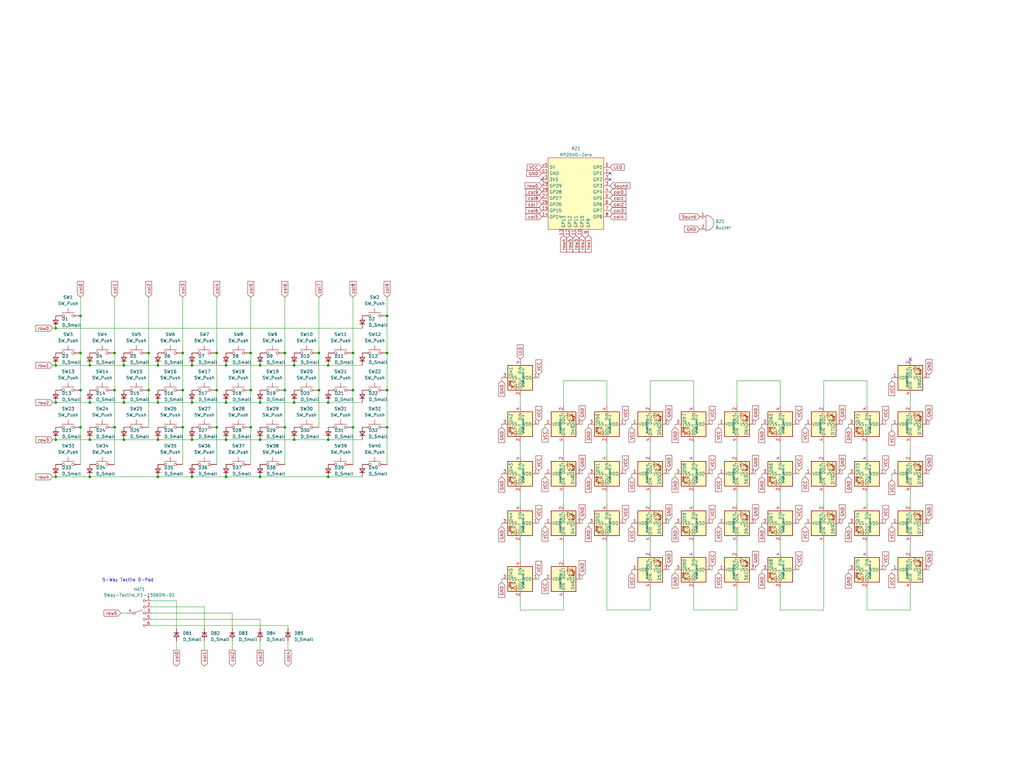
<source format=kicad_sch>
(kicad_sch (version 20230121) (generator eeschema)
  (paper "User" 419.989 319.989)
  (junction (at 102.87 175.26))
  (junction (at 22.86 195.58))
  (junction (at 88.9 175.26))
  (junction (at 144.78 144.78))
  (junction (at 50.8 180.34))
  (junction (at 64.77 165.1))
  (junction (at 144.78 175.26))
  (junction (at 88.9 144.78))
  (junction (at 92.71 180.34))
  (junction (at 158.75 160.02))
  (junction (at 36.83 149.86))
  (junction (at 130.81 144.78))
  (junction (at 36.83 180.34))
  (junction (at 134.62 165.1))
  (junction (at 106.68 195.58))
  (junction (at 106.68 165.1))
  (junction (at 116.84 160.02))
  (junction (at 46.99 175.26))
  (junction (at 102.87 160.02))
  (junction (at 102.87 144.78))
  (junction (at 64.77 149.86))
  (junction (at 120.65 165.1))
  (junction (at 78.74 180.34))
  (junction (at 46.99 144.78))
  (junction (at 92.71 149.86))
  (junction (at 22.86 149.86))
  (junction (at 60.96 144.78))
  (junction (at 120.65 149.86))
  (junction (at 64.77 195.58))
  (junction (at 78.74 195.58))
  (junction (at 74.93 144.78))
  (junction (at 144.78 160.02))
  (junction (at 130.81 160.02))
  (junction (at 36.83 195.58))
  (junction (at 116.84 144.78))
  (junction (at 22.86 165.1))
  (junction (at 33.02 175.26))
  (junction (at 106.68 149.86))
  (junction (at 36.83 165.1))
  (junction (at 50.8 165.1))
  (junction (at 74.93 160.02))
  (junction (at 33.02 129.54))
  (junction (at 158.75 144.78))
  (junction (at 78.74 165.1))
  (junction (at 106.68 180.34))
  (junction (at 46.99 160.02))
  (junction (at 134.62 149.86))
  (junction (at 120.65 180.34))
  (junction (at 33.02 144.78))
  (junction (at 158.75 175.26))
  (junction (at 134.62 195.58))
  (junction (at 64.77 180.34))
  (junction (at 92.71 165.1))
  (junction (at 60.96 160.02))
  (junction (at 88.9 160.02))
  (junction (at 33.02 160.02))
  (junction (at 78.74 149.86))
  (junction (at 22.86 134.62))
  (junction (at 116.84 175.26))
  (junction (at 134.62 180.34))
  (junction (at 92.71 195.58))
  (junction (at 74.93 175.26))
  (junction (at 50.8 149.86))
  (junction (at 22.86 180.34))
  (junction (at 158.75 129.54))
  (no_connect (at 250.19 71.12))
  (no_connect (at 222.25 73.66))
  (no_connect (at 373.38 147.32))
  (no_connect (at 250.19 73.66))
  (wire (pts (xy 83.82 262.89) (xy 83.82 266.7)))
  (wire (pts (xy 309.88 213.36) (xy 309.88 214.63)))
  (wire (pts (xy 337.82 166.37) (xy 337.82 156.21)))
  (wire (pts (xy 365.76 215.9) (xy 365.76 214.63)))
  (wire (pts (xy 64.77 165.1) (xy 78.74 165.1)))
  (wire (pts (xy 330.2 215.9) (xy 330.2 214.63)))
  (wire (pts (xy 347.98 175.26) (xy 347.98 173.99)))
  (wire (pts (xy 88.9 144.78) (xy 88.9 160.02)))
  (wire (pts (xy 238.76 236.22) (xy 238.76 237.49)))
  (wire (pts (xy 74.93 175.26) (xy 74.93 190.5)))
  (wire (pts (xy 231.14 156.21) (xy 248.92 156.21)))
  (wire (pts (xy 284.48 222.25) (xy 284.48 226.06)))
  (wire (pts (xy 363.22 213.36) (xy 363.22 214.63)))
  (wire (pts (xy 134.62 180.34) (xy 148.59 180.34)))
  (wire (pts (xy 337.82 156.21) (xy 355.6 156.21)))
  (wire (pts (xy 213.36 201.93) (xy 213.36 207.01)))
  (wire (pts (xy 365.76 234.95) (xy 365.76 233.68)))
  (wire (pts (xy 327.66 232.41) (xy 327.66 233.68)))
  (wire (pts (xy 102.87 175.26) (xy 102.87 190.5)))
  (wire (pts (xy 363.22 193.04) (xy 363.22 194.31)))
  (wire (pts (xy 106.68 149.86) (xy 120.65 149.86)))
  (wire (pts (xy 116.84 121.92) (xy 116.84 144.78)))
  (wire (pts (xy 345.44 193.04) (xy 345.44 194.31)))
  (wire (pts (xy 21.59 149.86) (xy 22.86 149.86)))
  (wire (pts (xy 248.92 156.21) (xy 248.92 166.37)))
  (wire (pts (xy 46.99 144.78) (xy 46.99 160.02)))
  (wire (pts (xy 22.86 134.62) (xy 148.59 134.62)))
  (wire (pts (xy 365.76 176.53) (xy 365.76 173.99)))
  (wire (pts (xy 120.65 180.34) (xy 134.62 180.34)))
  (wire (pts (xy 347.98 234.95) (xy 347.98 233.68)))
  (wire (pts (xy 21.59 134.62) (xy 22.86 134.62)))
  (wire (pts (xy 144.78 121.92) (xy 144.78 144.78)))
  (wire (pts (xy 118.11 256.54) (xy 118.11 257.81)))
  (wire (pts (xy 106.68 254) (xy 106.68 257.81)))
  (wire (pts (xy 92.71 165.1) (xy 106.68 165.1)))
  (wire (pts (xy 276.86 215.9) (xy 276.86 214.63)))
  (wire (pts (xy 130.81 160.02) (xy 130.81 175.26)))
  (wire (pts (xy 259.08 215.9) (xy 259.08 214.63)))
  (wire (pts (xy 102.87 121.92) (xy 102.87 144.78)))
  (wire (pts (xy 74.93 144.78) (xy 74.93 160.02)))
  (wire (pts (xy 231.14 222.25) (xy 231.14 229.87)))
  (wire (pts (xy 120.65 165.1) (xy 134.62 165.1)))
  (wire (pts (xy 95.25 262.89) (xy 95.25 266.7)))
  (wire (pts (xy 50.8 165.1) (xy 64.77 165.1)))
  (wire (pts (xy 21.59 165.1) (xy 22.86 165.1)))
  (wire (pts (xy 337.82 222.25) (xy 337.82 250.19)))
  (wire (pts (xy 213.36 245.11) (xy 213.36 250.19)))
  (wire (pts (xy 223.52 175.26) (xy 223.52 173.99)))
  (wire (pts (xy 381 213.36) (xy 381 214.63)))
  (wire (pts (xy 330.2 195.58) (xy 330.2 194.31)))
  (wire (pts (xy 355.6 201.93) (xy 355.6 207.01)))
  (wire (pts (xy 320.04 156.21) (xy 320.04 166.37)))
  (wire (pts (xy 205.74 238.76) (xy 205.74 237.49)))
  (wire (pts (xy 78.74 180.34) (xy 92.71 180.34)))
  (wire (pts (xy 320.04 222.25) (xy 320.04 226.06)))
  (wire (pts (xy 241.3 195.58) (xy 241.3 194.31)))
  (wire (pts (xy 36.83 195.58) (xy 64.77 195.58)))
  (wire (pts (xy 373.38 250.19) (xy 373.38 241.3)))
  (wire (pts (xy 274.32 193.04) (xy 274.32 194.31)))
  (wire (pts (xy 144.78 160.02) (xy 144.78 175.26)))
  (wire (pts (xy 284.48 201.93) (xy 284.48 207.01)))
  (wire (pts (xy 205.74 195.58) (xy 205.74 194.31)))
  (wire (pts (xy 50.8 149.86) (xy 64.77 149.86)))
  (wire (pts (xy 248.92 222.25) (xy 248.92 250.19)))
  (wire (pts (xy 72.39 246.38) (xy 72.39 257.81)))
  (wire (pts (xy 327.66 213.36) (xy 327.66 214.63)))
  (wire (pts (xy 294.64 215.9) (xy 294.64 214.63)))
  (wire (pts (xy 330.2 175.26) (xy 330.2 173.99)))
  (wire (pts (xy 158.75 175.26) (xy 158.75 190.5)))
  (wire (pts (xy 60.96 144.78) (xy 60.96 160.02)))
  (wire (pts (xy 220.98 153.67) (xy 220.98 154.94)))
  (wire (pts (xy 365.76 196.85) (xy 365.76 194.31)))
  (wire (pts (xy 337.82 201.93) (xy 337.82 207.01)))
  (wire (pts (xy 345.44 213.36) (xy 345.44 214.63)))
  (wire (pts (xy 22.86 195.58) (xy 36.83 195.58)))
  (wire (pts (xy 95.25 251.46) (xy 95.25 257.81)))
  (wire (pts (xy 292.1 172.72) (xy 292.1 173.99)))
  (wire (pts (xy 309.88 232.41) (xy 309.88 233.68)))
  (wire (pts (xy 88.9 175.26) (xy 88.9 190.5)))
  (wire (pts (xy 134.62 149.86) (xy 148.59 149.86)))
  (wire (pts (xy 223.52 195.58) (xy 223.52 194.31)))
  (wire (pts (xy 62.23 256.54) (xy 118.11 256.54)))
  (wire (pts (xy 231.14 201.93) (xy 231.14 207.01)))
  (wire (pts (xy 284.48 250.19) (xy 302.26 250.19)))
  (wire (pts (xy 144.78 144.78) (xy 144.78 160.02)))
  (wire (pts (xy 294.64 234.95) (xy 294.64 233.68)))
  (wire (pts (xy 274.32 232.41) (xy 274.32 233.68)))
  (wire (pts (xy 62.23 246.38) (xy 72.39 246.38)))
  (wire (pts (xy 106.68 195.58) (xy 134.62 195.58)))
  (wire (pts (xy 46.99 121.92) (xy 46.99 144.78)))
  (wire (pts (xy 78.74 165.1) (xy 92.71 165.1)))
  (wire (pts (xy 64.77 180.34) (xy 78.74 180.34)))
  (wire (pts (xy 284.48 181.61) (xy 284.48 186.69)))
  (wire (pts (xy 274.32 172.72) (xy 274.32 173.99)))
  (wire (pts (xy 266.7 222.25) (xy 266.7 226.06)))
  (wire (pts (xy 21.59 195.58) (xy 22.86 195.58)))
  (wire (pts (xy 158.75 144.78) (xy 158.75 160.02)))
  (wire (pts (xy 74.93 160.02) (xy 74.93 175.26)))
  (wire (pts (xy 22.86 165.1) (xy 36.83 165.1)))
  (wire (pts (xy 220.98 213.36) (xy 220.98 214.63)))
  (wire (pts (xy 213.36 181.61) (xy 213.36 186.69)))
  (wire (pts (xy 266.7 250.19) (xy 266.7 241.3)))
  (wire (pts (xy 102.87 144.78) (xy 102.87 160.02)))
  (wire (pts (xy 21.59 180.34) (xy 22.86 180.34)))
  (wire (pts (xy 320.04 241.3) (xy 320.04 250.19)))
  (wire (pts (xy 231.14 166.37) (xy 231.14 156.21)))
  (wire (pts (xy 292.1 213.36) (xy 292.1 214.63)))
  (wire (pts (xy 102.87 160.02) (xy 102.87 175.26)))
  (wire (pts (xy 92.71 180.34) (xy 106.68 180.34)))
  (wire (pts (xy 158.75 160.02) (xy 158.75 175.26)))
  (wire (pts (xy 363.22 172.72) (xy 363.22 173.99)))
  (wire (pts (xy 223.52 215.9) (xy 223.52 214.63)))
  (wire (pts (xy 259.08 175.26) (xy 259.08 173.99)))
  (wire (pts (xy 312.42 215.9) (xy 312.42 214.63)))
  (wire (pts (xy 62.23 251.46) (xy 95.25 251.46)))
  (wire (pts (xy 205.74 215.9) (xy 205.74 214.63)))
  (wire (pts (xy 106.68 165.1) (xy 120.65 165.1)))
  (wire (pts (xy 238.76 213.36) (xy 238.76 214.63)))
  (wire (pts (xy 294.64 175.26) (xy 294.64 173.99)))
  (wire (pts (xy 294.64 195.58) (xy 294.64 194.31)))
  (wire (pts (xy 292.1 232.41) (xy 292.1 233.68)))
  (wire (pts (xy 312.42 175.26) (xy 312.42 173.99)))
  (wire (pts (xy 205.74 156.21) (xy 205.74 154.94)))
  (wire (pts (xy 46.99 175.26) (xy 46.99 190.5)))
  (wire (pts (xy 248.92 181.61) (xy 248.92 186.69)))
  (wire (pts (xy 144.78 175.26) (xy 144.78 190.5)))
  (wire (pts (xy 74.93 121.92) (xy 74.93 144.78)))
  (wire (pts (xy 213.36 250.19) (xy 231.14 250.19)))
  (wire (pts (xy 231.14 250.19) (xy 231.14 245.11)))
  (wire (pts (xy 256.54 193.04) (xy 256.54 194.31)))
  (wire (pts (xy 134.62 165.1) (xy 148.59 165.1)))
  (wire (pts (xy 231.14 181.61) (xy 231.14 186.69)))
  (wire (pts (xy 116.84 144.78) (xy 116.84 160.02)))
  (wire (pts (xy 241.3 175.26) (xy 241.3 173.99)))
  (wire (pts (xy 213.36 222.25) (xy 213.36 229.87)))
  (wire (pts (xy 118.11 262.89) (xy 118.11 266.7)))
  (wire (pts (xy 158.75 121.92) (xy 158.75 129.54)))
  (wire (pts (xy 238.76 193.04) (xy 238.76 194.31)))
  (wire (pts (xy 320.04 181.61) (xy 320.04 186.69)))
  (wire (pts (xy 302.26 250.19) (xy 302.26 241.3)))
  (wire (pts (xy 302.26 166.37) (xy 302.26 156.21)))
  (wire (pts (xy 205.74 175.26) (xy 205.74 173.99)))
  (wire (pts (xy 284.48 241.3) (xy 284.48 250.19)))
  (wire (pts (xy 312.42 234.95) (xy 312.42 233.68)))
  (wire (pts (xy 62.23 248.92) (xy 83.82 248.92)))
  (wire (pts (xy 248.92 201.93) (xy 248.92 207.01)))
  (wire (pts (xy 355.6 222.25) (xy 355.6 226.06)))
  (wire (pts (xy 116.84 160.02) (xy 116.84 175.26)))
  (wire (pts (xy 381 232.41) (xy 381 233.68)))
  (wire (pts (xy 292.1 193.04) (xy 292.1 194.31)))
  (wire (pts (xy 33.02 175.26) (xy 33.02 190.5)))
  (wire (pts (xy 302.26 222.25) (xy 302.26 226.06)))
  (wire (pts (xy 259.08 195.58) (xy 259.08 194.31)))
  (wire (pts (xy 355.6 181.61) (xy 355.6 186.69)))
  (wire (pts (xy 266.7 201.93) (xy 266.7 207.01)))
  (wire (pts (xy 88.9 121.92) (xy 88.9 144.78)))
  (wire (pts (xy 381 153.67) (xy 381 154.94)))
  (wire (pts (xy 33.02 129.54) (xy 33.02 144.78)))
  (wire (pts (xy 220.98 236.22) (xy 220.98 237.49)))
  (wire (pts (xy 22.86 180.34) (xy 36.83 180.34)))
  (wire (pts (xy 36.83 149.86) (xy 50.8 149.86)))
  (wire (pts (xy 78.74 195.58) (xy 92.71 195.58)))
  (wire (pts (xy 266.7 181.61) (xy 266.7 186.69)))
  (wire (pts (xy 337.82 181.61) (xy 337.82 186.69)))
  (wire (pts (xy 373.38 201.93) (xy 373.38 207.01)))
  (wire (pts (xy 92.71 195.58) (xy 106.68 195.58)))
  (wire (pts (xy 64.77 195.58) (xy 78.74 195.58)))
  (wire (pts (xy 130.81 144.78) (xy 130.81 160.02)))
  (wire (pts (xy 50.8 180.34) (xy 64.77 180.34)))
  (wire (pts (xy 381 172.72) (xy 381 173.99)))
  (wire (pts (xy 327.66 172.72) (xy 327.66 173.99)))
  (wire (pts (xy 327.66 193.04) (xy 327.66 194.31)))
  (wire (pts (xy 302.26 201.93) (xy 302.26 207.01)))
  (wire (pts (xy 373.38 181.61) (xy 373.38 186.69)))
  (wire (pts (xy 276.86 234.95) (xy 276.86 233.68)))
  (wire (pts (xy 106.68 262.89) (xy 106.68 266.7)))
  (wire (pts (xy 248.92 250.19) (xy 266.7 250.19)))
  (wire (pts (xy 347.98 195.58) (xy 347.98 194.31)))
  (wire (pts (xy 373.38 222.25) (xy 373.38 226.06)))
  (wire (pts (xy 46.99 160.02) (xy 46.99 175.26)))
  (wire (pts (xy 158.75 129.54) (xy 158.75 144.78)))
  (wire (pts (xy 60.96 121.92) (xy 60.96 144.78)))
  (wire (pts (xy 274.32 213.36) (xy 274.32 214.63)))
  (wire (pts (xy 355.6 241.3) (xy 355.6 250.19)))
  (wire (pts (xy 355.6 250.19) (xy 373.38 250.19)))
  (wire (pts (xy 320.04 201.93) (xy 320.04 207.01)))
  (wire (pts (xy 381 193.04) (xy 381 194.31)))
  (wire (pts (xy 355.6 156.21) (xy 355.6 166.37)))
  (wire (pts (xy 256.54 172.72) (xy 256.54 173.99)))
  (wire (pts (xy 220.98 193.04) (xy 220.98 194.31)))
  (wire (pts (xy 320.04 250.19) (xy 337.82 250.19)))
  (wire (pts (xy 266.7 166.37) (xy 266.7 156.21)))
  (wire (pts (xy 309.88 172.72) (xy 309.88 173.99)))
  (wire (pts (xy 276.86 175.26) (xy 276.86 173.99)))
  (wire (pts (xy 213.36 162.56) (xy 213.36 166.37)))
  (wire (pts (xy 312.42 195.58) (xy 312.42 194.31)))
  (wire (pts (xy 33.02 144.78) (xy 33.02 160.02)))
  (wire (pts (xy 64.77 149.86) (xy 78.74 149.86)))
  (wire (pts (xy 88.9 160.02) (xy 88.9 175.26)))
  (wire (pts (xy 33.02 121.92) (xy 33.02 129.54)))
  (wire (pts (xy 134.62 195.58) (xy 148.59 195.58)))
  (wire (pts (xy 62.23 254) (xy 106.68 254)))
  (wire (pts (xy 256.54 213.36) (xy 256.54 214.63)))
  (wire (pts (xy 130.81 121.92) (xy 130.81 144.78)))
  (wire (pts (xy 373.38 162.56) (xy 373.38 166.37)))
  (wire (pts (xy 83.82 248.92) (xy 83.82 257.81)))
  (wire (pts (xy 36.83 165.1) (xy 50.8 165.1)))
  (wire (pts (xy 284.48 156.21) (xy 284.48 166.37)))
  (wire (pts (xy 309.88 193.04) (xy 309.88 194.31)))
  (wire (pts (xy 302.26 181.61) (xy 302.26 186.69)))
  (wire (pts (xy 60.96 160.02) (xy 60.96 175.26)))
  (wire (pts (xy 52.07 251.46) (xy 49.53 251.46)))
  (wire (pts (xy 241.3 215.9) (xy 241.3 214.63)))
  (wire (pts (xy 276.86 195.58) (xy 276.86 194.31)))
  (wire (pts (xy 220.98 172.72) (xy 220.98 173.99)))
  (wire (pts (xy 106.68 180.34) (xy 120.65 180.34)))
  (wire (pts (xy 92.71 149.86) (xy 106.68 149.86)))
  (wire (pts (xy 120.65 149.86) (xy 134.62 149.86)))
  (wire (pts (xy 345.44 172.72) (xy 345.44 173.99)))
  (wire (pts (xy 22.86 149.86) (xy 36.83 149.86)))
  (wire (pts (xy 259.08 234.95) (xy 259.08 233.68)))
  (wire (pts (xy 78.74 149.86) (xy 92.71 149.86)))
  (wire (pts (xy 116.84 175.26) (xy 116.84 190.5)))
  (wire (pts (xy 365.76 156.21) (xy 365.76 154.94)))
  (wire (pts (xy 363.22 232.41) (xy 363.22 233.68)))
  (wire (pts (xy 72.39 262.89) (xy 72.39 266.7)))
  (wire (pts (xy 36.83 180.34) (xy 50.8 180.34)))
  (wire (pts (xy 238.76 172.72) (xy 238.76 173.99)))
  (wire (pts (xy 302.26 156.21) (xy 320.04 156.21)))
  (wire (pts (xy 266.7 156.21) (xy 284.48 156.21)))
  (wire (pts (xy 33.02 160.02) (xy 33.02 175.26)))
  (wire (pts (xy 347.98 215.9) (xy 347.98 214.63)))
  (text "5-Way Tactile D-Pad" (at 41.91 238.76 0) (effects (font (size 1.27 1.27)) (justify left bottom)))
  (global_label "GND" (shape input) (at 312.42 234.95 270) (property "Intersheetrefs" "${INTERSHEET_REFS}" (effects hide)))
  (global_label "VCC" (shape input) (at 220.98 193.04 90) (property "Intersheetrefs" "${INTERSHEET_REFS}" (effects hide)))
  (global_label "GND" (shape input) (at 347.98 234.95 270) (property "Intersheetrefs" "${INTERSHEET_REFS}" (effects hide)))
  (global_label "GND" (shape input) (at 205.74 156.21 270) (property "Intersheetrefs" "${INTERSHEET_REFS}" (effects hide)))
  (global_label "VCC" (shape input) (at 256.54 193.04 90) (property "Intersheetrefs" "${INTERSHEET_REFS}" (effects hide)))
  (global_label "VCC" (shape input) (at 223.52 215.9 270) (property "Intersheetrefs" "${INTERSHEET_REFS}" (effects hide)))
  (global_label "GND" (shape input) (at 309.88 172.72 90) (property "Intersheetrefs" "${INTERSHEET_REFS}" (effects hide)))
  (global_label "row1" (shape input) (at 241.3 96.52 270) (property "Intersheetrefs" "${INTERSHEET_REFS}" (effects hide)))
  (global_label "VCC" (shape input) (at 223.52 195.58 270) (property "Intersheetrefs" "${INTERSHEET_REFS}" (effects hide)))
  (global_label "VCC" (shape input) (at 220.98 236.22 90) (property "Intersheetrefs" "${INTERSHEET_REFS}" (effects hide)))
  (global_label "VCC" (shape input) (at 223.52 175.26 270) (property "Intersheetrefs" "${INTERSHEET_REFS}" (effects hide)))
  (global_label "VCC" (shape input) (at 327.66 213.36 90) (property "Intersheetrefs" "${INTERSHEET_REFS}" (effects hide)))
  (global_label "col1" (shape input) (at 46.99 121.92 90) (property "Intersheetrefs" "${INTERSHEET_REFS}" (effects hide)))
  (global_label "GND" (shape input) (at 276.86 215.9 270) (property "Intersheetrefs" "${INTERSHEET_REFS}" (effects hide)))
  (global_label "VCC" (shape input) (at 222.25 68.58 180) (property "Intersheetrefs" "${INTERSHEET_REFS}" (effects hide)))
  (global_label "col8" (shape input) (at 144.78 121.92 90) (property "Intersheetrefs" "${INTERSHEET_REFS}" (effects hide)))
  (global_label "LED" (shape input) (at 250.19 68.58 0) (property "Intersheetrefs" "${INTERSHEET_REFS}" (effects hide)))
  (global_label "GND" (shape input) (at 238.76 236.22 90) (property "Intersheetrefs" "${INTERSHEET_REFS}" (effects hide)))
  (global_label "row2" (shape input) (at 238.76 96.52 270) (property "Intersheetrefs" "${INTERSHEET_REFS}" (effects hide)))
  (global_label "row4" (shape input) (at 21.59 195.58 180) (property "Intersheetrefs" "${INTERSHEET_REFS}" (effects hide)))
  (global_label "row1" (shape input) (at 21.59 149.86 180) (property "Intersheetrefs" "${INTERSHEET_REFS}" (effects hide)))
  (global_label "GND" (shape input) (at 312.42 215.9 270) (property "Intersheetrefs" "${INTERSHEET_REFS}" (effects hide)))
  (global_label "GND" (shape input) (at 205.74 238.76 270) (property "Intersheetrefs" "${INTERSHEET_REFS}" (effects hide)))
  (global_label "GND" (shape input) (at 222.25 71.12 180) (property "Intersheetrefs" "${INTERSHEET_REFS}" (effects hide)))
  (global_label "VCC" (shape input) (at 292.1 213.36 90) (property "Intersheetrefs" "${INTERSHEET_REFS}" (effects hide)))
  (global_label "VCC" (shape input) (at 327.66 193.04 90) (property "Intersheetrefs" "${INTERSHEET_REFS}" (effects hide)))
  (global_label "GND" (shape input) (at 381 193.04 90) (property "Intersheetrefs" "${INTERSHEET_REFS}" (effects hide)))
  (global_label "GND" (shape input) (at 345.44 193.04 90) (property "Intersheetrefs" "${INTERSHEET_REFS}" (effects hide)))
  (global_label "GND" (shape input) (at 238.76 193.04 90) (property "Intersheetrefs" "${INTERSHEET_REFS}" (effects hide)))
  (global_label "GND" (shape input) (at 276.86 234.95 270) (property "Intersheetrefs" "${INTERSHEET_REFS}" (effects hide)))
  (global_label "GND" (shape input) (at 381 213.36 90) (property "Intersheetrefs" "${INTERSHEET_REFS}" (effects hide)))
  (global_label "VCC" (shape input) (at 365.76 196.85 270) (property "Intersheetrefs" "${INTERSHEET_REFS}" (effects hide)))
  (global_label "col3" (shape input) (at 74.93 121.92 90) (property "Intersheetrefs" "${INTERSHEET_REFS}" (effects hide)))
  (global_label "VCC" (shape input) (at 259.08 215.9 270) (property "Intersheetrefs" "${INTERSHEET_REFS}" (effects hide)))
  (global_label "col7" (shape input) (at 222.25 83.82 180) (property "Intersheetrefs" "${INTERSHEET_REFS}" (effects hide)))
  (global_label "VCC" (shape input) (at 292.1 172.72 90) (property "Intersheetrefs" "${INTERSHEET_REFS}" (effects hide)))
  (global_label "col6" (shape input) (at 116.84 121.92 90) (property "Intersheetrefs" "${INTERSHEET_REFS}" (effects hide)))
  (global_label "row3" (shape input) (at 236.22 96.52 270) (property "Intersheetrefs" "${INTERSHEET_REFS}" (effects hide)))
  (global_label "VCC" (shape input) (at 365.76 215.9 270) (property "Intersheetrefs" "${INTERSHEET_REFS}" (effects hide)))
  (global_label "col2" (shape output) (at 95.25 266.7 270) (property "Intersheetrefs" "${INTERSHEET_REFS}" (effects hide)))
  (global_label "col8" (shape input) (at 222.25 81.28 180) (property "Intersheetrefs" "${INTERSHEET_REFS}" (effects hide)))
  (global_label "col5" (shape input) (at 102.87 121.92 90) (property "Intersheetrefs" "${INTERSHEET_REFS}" (effects hide)))
  (global_label "VCC" (shape input) (at 256.54 213.36 90) (property "Intersheetrefs" "${INTERSHEET_REFS}" (effects hide)))
  (global_label "col7" (shape input) (at 130.81 121.92 90) (property "Intersheetrefs" "${INTERSHEET_REFS}" (effects hide)))
  (global_label "VCC" (shape input) (at 256.54 172.72 90) (property "Intersheetrefs" "${INTERSHEET_REFS}" (effects hide)))
  (global_label "GND" (shape input) (at 276.86 175.26 270) (property "Intersheetrefs" "${INTERSHEET_REFS}" (effects hide)))
  (global_label "VCC" (shape input) (at 292.1 193.04 90) (property "Intersheetrefs" "${INTERSHEET_REFS}" (effects hide)))
  (global_label "GND" (shape input) (at 274.32 172.72 90) (property "Intersheetrefs" "${INTERSHEET_REFS}" (effects hide)))
  (global_label "VCC" (shape input) (at 365.76 156.21 270) (property "Intersheetrefs" "${INTERSHEET_REFS}" (effects hide)))
  (global_label "VCC" (shape input) (at 259.08 234.95 270) (property "Intersheetrefs" "${INTERSHEET_REFS}" (effects hide)))
  (global_label "Sound" (shape input) (at 250.19 76.2 0) (property "Intersheetrefs" "${INTERSHEET_REFS}" (effects hide)))
  (global_label "VCC" (shape input) (at 223.52 237.49 270) (property "Intersheetrefs" "${INTERSHEET_REFS}" (effects hide)))
  (global_label "GND" (shape input) (at 345.44 172.72 90) (property "Intersheetrefs" "${INTERSHEET_REFS}" (effects hide)))
  (global_label "col9" (shape input) (at 158.75 121.92 90) (property "Intersheetrefs" "${INTERSHEET_REFS}" (effects hide)))
  (global_label "GND" (shape input) (at 276.86 195.58 270) (property "Intersheetrefs" "${INTERSHEET_REFS}" (effects hide)))
  (global_label "col0" (shape output) (at 72.39 266.7 270) (property "Intersheetrefs" "${INTERSHEET_REFS}" (effects hide)))
  (global_label "VCC" (shape input) (at 294.64 234.95 270) (property "Intersheetrefs" "${INTERSHEET_REFS}" (effects hide)))
  (global_label "VCC" (shape input) (at 330.2 215.9 270) (property "Intersheetrefs" "${INTERSHEET_REFS}" (effects hide)))
  (global_label "VCC" (shape input) (at 330.2 175.26 270) (property "Intersheetrefs" "${INTERSHEET_REFS}" (effects hide)))
  (global_label "GND" (shape input) (at 241.3 215.9 270) (property "Intersheetrefs" "${INTERSHEET_REFS}" (effects hide)))
  (global_label "col2" (shape input) (at 60.96 121.92 90) (property "Intersheetrefs" "${INTERSHEET_REFS}" (effects hide)))
  (global_label "GND" (shape input) (at 274.32 213.36 90) (property "Intersheetrefs" "${INTERSHEET_REFS}" (effects hide)))
  (global_label "col5" (shape input) (at 222.25 88.9 180) (property "Intersheetrefs" "${INTERSHEET_REFS}" (effects hide)))
  (global_label "VCC" (shape input) (at 330.2 195.58 270) (property "Intersheetrefs" "${INTERSHEET_REFS}" (effects hide)))
  (global_label "GND" (shape input) (at 205.74 195.58 270) (property "Intersheetrefs" "${INTERSHEET_REFS}" (effects hide)))
  (global_label "GND" (shape input) (at 381 153.67 90) (property "Intersheetrefs" "${INTERSHEET_REFS}" (effects hide)))
  (global_label "VCC" (shape input) (at 365.76 234.95 270) (property "Intersheetrefs" "${INTERSHEET_REFS}" (effects hide)))
  (global_label "VCC" (shape input) (at 259.08 195.58 270) (property "Intersheetrefs" "${INTERSHEET_REFS}" (effects hide)))
  (global_label "GND" (shape input) (at 205.74 175.26 270) (property "Intersheetrefs" "${INTERSHEET_REFS}" (effects hide)))
  (global_label "row0" (shape input) (at 222.25 76.2 180) (property "Intersheetrefs" "${INTERSHEET_REFS}" (effects hide)))
  (global_label "GND" (shape input) (at 345.44 213.36 90) (property "Intersheetrefs" "${INTERSHEET_REFS}" (effects hide)))
  (global_label "VCC" (shape input) (at 220.98 153.67 90) (property "Intersheetrefs" "${INTERSHEET_REFS}" (effects hide)))
  (global_label "VCC" (shape input) (at 220.98 213.36 90) (property "Intersheetrefs" "${INTERSHEET_REFS}" (effects hide)))
  (global_label "VCC" (shape input) (at 327.66 172.72 90) (property "Intersheetrefs" "${INTERSHEET_REFS}" (effects hide)))
  (global_label "GND" (shape input) (at 238.76 172.72 90) (property "Intersheetrefs" "${INTERSHEET_REFS}" (effects hide)))
  (global_label "GND" (shape input) (at 241.3 175.26 270) (property "Intersheetrefs" "${INTERSHEET_REFS}" (effects hide)))
  (global_label "VCC" (shape input) (at 294.64 175.26 270) (property "Intersheetrefs" "${INTERSHEET_REFS}" (effects hide)))
  (global_label "VCC" (shape input) (at 363.22 193.04 90) (property "Intersheetrefs" "${INTERSHEET_REFS}" (effects hide)))
  (global_label "col4" (shape input) (at 250.19 88.9 0) (property "Intersheetrefs" "${INTERSHEET_REFS}" (effects hide)))
  (global_label "col3" (shape input) (at 250.19 86.36 0) (property "Intersheetrefs" "${INTERSHEET_REFS}" (effects hide)))
  (global_label "GND" (shape input) (at 241.3 195.58 270) (property "Intersheetrefs" "${INTERSHEET_REFS}" (effects hide)))
  (global_label "GND" (shape input) (at 381 232.41 90) (property "Intersheetrefs" "${INTERSHEET_REFS}" (effects hide)))
  (global_label "col4" (shape input) (at 88.9 121.92 90) (property "Intersheetrefs" "${INTERSHEET_REFS}" (effects hide)))
  (global_label "VCC" (shape input) (at 294.64 195.58 270) (property "Intersheetrefs" "${INTERSHEET_REFS}" (effects hide)))
  (global_label "GND" (shape input) (at 347.98 195.58 270) (property "Intersheetrefs" "${INTERSHEET_REFS}" (effects hide)))
  (global_label "GND" (shape input) (at 287.02 93.98 180) (property "Intersheetrefs" "${INTERSHEET_REFS}" (effects hide)))
  (global_label "GND" (shape input) (at 347.98 215.9 270) (property "Intersheetrefs" "${INTERSHEET_REFS}" (effects hide)))
  (global_label "col0" (shape input) (at 33.02 121.92 90) (property "Intersheetrefs" "${INTERSHEET_REFS}" (effects hide)))
  (global_label "col3" (shape output) (at 106.68 266.7 270) (property "Intersheetrefs" "${INTERSHEET_REFS}" (effects hide)))
  (global_label "col4" (shape output) (at 118.11 266.7 270) (property "Intersheetrefs" "${INTERSHEET_REFS}" (effects hide)))
  (global_label "GND" (shape input) (at 274.32 232.41 90) (property "Intersheetrefs" "${INTERSHEET_REFS}" (effects hide)))
  (global_label "col0" (shape input) (at 250.19 78.74 0) (property "Intersheetrefs" "${INTERSHEET_REFS}" (effects hide)))
  (global_label "VCC" (shape input) (at 294.64 215.9 270) (property "Intersheetrefs" "${INTERSHEET_REFS}" (effects hide)))
  (global_label "VCC" (shape input) (at 363.22 213.36 90) (property "Intersheetrefs" "${INTERSHEET_REFS}" (effects hide)))
  (global_label "GND" (shape input) (at 312.42 195.58 270) (property "Intersheetrefs" "${INTERSHEET_REFS}" (effects hide)))
  (global_label "col1" (shape input) (at 250.19 81.28 0) (property "Intersheetrefs" "${INTERSHEET_REFS}" (effects hide)))
  (global_label "VCC" (shape input) (at 363.22 232.41 90) (property "Intersheetrefs" "${INTERSHEET_REFS}" (effects hide)))
  (global_label "GND" (shape input) (at 309.88 232.41 90) (property "Intersheetrefs" "${INTERSHEET_REFS}" (effects hide)))
  (global_label "row4" (shape input) (at 231.14 96.52 270) (property "Intersheetrefs" "${INTERSHEET_REFS}" (effects hide)))
  (global_label "row0" (shape input) (at 21.59 134.62 180) (property "Intersheetrefs" "${INTERSHEET_REFS}" (effects hide)))
  (global_label "GND" (shape input) (at 309.88 193.04 90) (property "Intersheetrefs" "${INTERSHEET_REFS}" (effects hide)))
  (global_label "GND" (shape input) (at 381 172.72 90) (property "Intersheetrefs" "${INTERSHEET_REFS}" (effects hide)))
  (global_label "GND" (shape input) (at 312.42 175.26 270) (property "Intersheetrefs" "${INTERSHEET_REFS}" (effects hide)))
  (global_label "col6" (shape input) (at 222.25 86.36 180) (property "Intersheetrefs" "${INTERSHEET_REFS}" (effects hide)))
  (global_label "VCC" (shape input) (at 327.66 232.41 90) (property "Intersheetrefs" "${INTERSHEET_REFS}" (effects hide)))
  (global_label "VCC" (shape input) (at 220.98 172.72 90) (property "Intersheetrefs" "${INTERSHEET_REFS}" (effects hide)))
  (global_label "GND" (shape input) (at 274.32 193.04 90) (property "Intersheetrefs" "${INTERSHEET_REFS}" (effects hide)))
  (global_label "GND" (shape input) (at 347.98 175.26 270) (property "Intersheetrefs" "${INTERSHEET_REFS}" (effects hide)))
  (global_label "GND" (shape input) (at 238.76 213.36 90) (property "Intersheetrefs" "${INTERSHEET_REFS}" (effects hide)))
  (global_label "row5" (shape input) (at 233.68 96.52 270) (property "Intersheetrefs" "${INTERSHEET_REFS}" (effects hide)))
  (global_label "VCC" (shape input) (at 292.1 232.41 90) (property "Intersheetrefs" "${INTERSHEET_REFS}" (effects hide)))
  (global_label "col1" (shape output) (at 83.82 266.7 270) (property "Intersheetrefs" "${INTERSHEET_REFS}" (effects hide)))
  (global_label "row3" (shape input) (at 21.59 180.34 180) (property "Intersheetrefs" "${INTERSHEET_REFS}" (effects hide)))
  (global_label "col9" (shape input) (at 222.25 78.74 180) (property "Intersheetrefs" "${INTERSHEET_REFS}" (effects hide)))
  (global_label "LED" (shape input) (at 213.36 147.32 90) (property "Intersheetrefs" "${INTERSHEET_REFS}" (effects hide)))
  (global_label "row5" (shape input) (at 49.53 251.46 180) (property "Intersheetrefs" "${INTERSHEET_REFS}" (effects hide)))
  (global_label "GND" (shape input) (at 309.88 213.36 90) (property "Intersheetrefs" "${INTERSHEET_REFS}" (effects hide)))
  (global_label "row2" (shape input) (at 21.59 165.1 180) (property "Intersheetrefs" "${INTERSHEET_REFS}" (effects hide)))
  (global_label "Sound" (shape input) (at 287.02 88.9 180) (property "Intersheetrefs" "${INTERSHEET_REFS}" (effects hide)))
  (global_label "VCC" (shape input) (at 363.22 172.72 90) (property "Intersheetrefs" "${INTERSHEET_REFS}" (effects hide)))
  (global_label "VCC" (shape input) (at 365.76 176.53 270) (property "Intersheetrefs" "${INTERSHEET_REFS}" (effects hide)))
  (global_label "GND" (shape input) (at 205.74 215.9 270) (property "Intersheetrefs" "${INTERSHEET_REFS}" (effects hide)))
  (global_label "VCC" (shape input) (at 259.08 175.26 270) (property "Intersheetrefs" "${INTERSHEET_REFS}" (effects hide)))
  (global_label "col2" (shape input) (at 250.19 83.82 0) (property "Intersheetrefs" "${INTERSHEET_REFS}" (effects hide)))
  (symbol (lib_id "ENDGAME_UWU_Gatekeeper_stuff:SW_Push") (at 27.94 144.78 0) (unit 1)
    (property "Reference" "SW3" (at 27.94 137.16 0))
    (property "Value" "SW_Push" (at 27.94 139.7 0))
    (property "Footprint" "UWUmasterGatekeeperHusoLib:Kailh_socket_PG1350 LED Window ME Version V2" (effects hide))
  )
  (symbol (lib_id "ENDGAME_UWU_Gatekeeper_stuff:SW_Push") (at 97.79 190.5 0) (unit 1)
    (property "Reference" "SW37" (at 97.79 182.88 0))
    (property "Value" "SW_Push" (at 97.79 185.42 0))
    (property "Footprint" "UWUmasterGatekeeperHusoLib:Kailh_socket_PG1350 LED Window ME Version V2" (effects hide))
  )
  (symbol (lib_id "ENDGAME_UWU_Gatekeeper_stuff:D_Small") (at 64.77 162.56 90) (unit 1)
    (property "Reference" "D16" (at 67.31 161.2899 90) (effects (justify right)))
    (property "Value" "D_Small" (at 67.31 163.8299 90) (effects (justify right)))
    (property "Footprint" "UWUmasterGatekeeperHusoLib:Diode_SOD123 triangle clean" (effects hide))
  )
  (symbol (lib_id "Best Symbol Library Final v3:SK6812MINI-E") (at 248.92 173.99 270) (unit 1)
    (property "Reference" "D50" (at 245.11 171.45 0))
    (property "Value" "SK6812MINI-E" (at 250.19 173.99 0) (effects (font (size 0.7 0.7))))
    (property "Footprint" "UWUmasterGatekeeperHusoLib:SK6812-MINI-E mit LED v2 ohne silk LED FRAME" (effects hide))
  )
  (symbol (lib_id "ENDGAME_UWU_Gatekeeper_stuff:SW_Push") (at 139.7 190.5 0) (unit 1)
    (property "Reference" "SW39" (at 139.7 182.88 0))
    (property "Value" "SW_Push" (at 139.7 185.42 0))
    (property "Footprint" "UWUmasterGatekeeperHusoLib:Kailh_socket_PG1350 LED Window ME Version V2" (effects hide))
  )
  (symbol (lib_id "ENDGAME_UWU_Gatekeeper_stuff:SW_Push") (at 27.94 190.5 0) (unit 1)
    (property "Reference" "SW33" (at 27.94 182.88 0))
    (property "Value" "SW_Push" (at 27.94 185.42 0))
    (property "Footprint" "UWUmasterGatekeeperHusoLib:Kailh_socket_PG1350 LED Window ME Version V2" (effects hide))
  )
  (symbol (lib_id "ENDGAME_UWU_Gatekeeper_stuff:SW_Push") (at 111.76 144.78 0) (unit 1)
    (property "Reference" "SW9" (at 111.76 137.16 0))
    (property "Value" "SW_Push" (at 111.76 139.7 0))
    (property "Footprint" "UWUmasterGatekeeperHusoLib:Kailh_socket_PG1350 LED Window ME Version V2" (effects hide))
  )
  (symbol (lib_id "Best Symbol Library Final v3:SK6812MINI-E") (at 373.38 233.68 90) (unit 1)
    (property "Reference" "D76" (at 377.19 236.22 0))
    (property "Value" "SK6812MINI-E" (at 372.11 233.68 0) (effects (font (size 0.7 0.7))))
    (property "Footprint" "UWUmasterGatekeeperHusoLib:SK6812-MINI-E mit LED v2 ohne silk LED FRAME" (effects hide))
  )
  (symbol (lib_id "ENDGAME_UWU_Gatekeeper_stuff:D_Small") (at 106.68 177.8 90) (unit 1)
    (property "Reference" "D29" (at 109.22 176.5299 90) (effects (justify right)))
    (property "Value" "D_Small" (at 109.22 179.0699 90) (effects (justify right)))
    (property "Footprint" "UWUmasterGatekeeperHusoLib:Diode_SOD123 triangle clean" (effects hide))
  )
  (symbol (lib_id "ENDGAME_UWU_Gatekeeper_stuff:D_Small") (at 95.25 260.35 270) (unit 1)
    (property "Reference" "D83" (at 97.79 259.715 90) (effects (justify left)))
    (property "Value" "D_Small" (at 97.79 262.255 90) (effects (justify left)))
    (property "Footprint" "UWUmasterGatekeeperHusoLib:Diode_SOD123 triangle clean" (effects hide))
  )
  (symbol (lib_id "ENDGAME_UWU_Gatekeeper_stuff:SW_Push") (at 83.82 190.5 0) (unit 1)
    (property "Reference" "SW36" (at 83.82 182.88 0))
    (property "Value" "SW_Push" (at 83.82 185.42 0))
    (property "Footprint" "UWUmasterGatekeeperHusoLib:Kailh_socket_PG1350 LED Window ME Version V2" (effects hide))
  )
  (symbol (lib_id "ENDGAME_UWU_Gatekeeper_stuff:D_Small") (at 148.59 193.04 90) (unit 1)
    (property "Reference" "D40" (at 151.13 191.7699 90) (effects (justify right)))
    (property "Value" "D_Small" (at 151.13 194.3099 90) (effects (justify right)))
    (property "Footprint" "UWUmasterGatekeeperHusoLib:Diode_SOD123 triangle clean" (effects hide))
  )
  (symbol (lib_id "Best Symbol Library Final v3:SK6812MINI-E") (at 302.26 194.31 90) (unit 1)
    (property "Reference" "D63" (at 306.07 196.85 0))
    (property "Value" "SK6812MINI-E" (at 300.99 194.31 0) (effects (font (size 0.7 0.7))))
    (property "Footprint" "UWUmasterGatekeeperHusoLib:SK6812-MINI-E mit LED v2 ohne silk LED FRAME" (effects hide))
  )
  (symbol (lib_id "Best Symbol Library Final v3:SK6812MINI-E") (at 213.36 154.94 270) (unit 1)
    (property "Reference" "D41" (at 209.55 152.4 0))
    (property "Value" "SK6812MINI-E" (at 214.63 154.94 0) (effects (font (size 0.7 0.7))))
    (property "Footprint" "UWUmasterGatekeeperHusoLib:SK6812-MINI-E mit LED v2 ohne silk LED FRAME" (effects hide))
  )
  (symbol (lib_id "Best Symbol Library Final v3:SK6812MINI-E") (at 355.6 194.31 270) (unit 1)
    (property "Reference" "D73" (at 351.79 191.77 0))
    (property "Value" "SK6812MINI-E" (at 356.87 194.31 0) (effects (font (size 0.7 0.7))))
    (property "Footprint" "UWUmasterGatekeeperHusoLib:SK6812-MINI-E mit LED v2 ohne silk LED FRAME" (effects hide))
  )
  (symbol (lib_id "ENDGAME_UWU_Gatekeeper_stuff:D_Small") (at 134.62 177.8 90) (unit 1)
    (property "Reference" "D31" (at 137.16 176.5299 90) (effects (justify right)))
    (property "Value" "D_Small" (at 137.16 179.0699 90) (effects (justify right)))
    (property "Footprint" "UWUmasterGatekeeperHusoLib:Diode_SOD123 triangle clean" (effects hide))
  )
  (symbol (lib_id "Best Symbol Library Final v3:SK6812MINI-E") (at 373.38 173.99 90) (unit 1)
    (property "Reference" "D79" (at 377.19 176.53 0))
    (property "Value" "SK6812MINI-E" (at 372.11 173.99 0) (effects (font (size 0.7 0.7))))
    (property "Footprint" "UWUmasterGatekeeperHusoLib:SK6812-MINI-E mit LED v2 ohne silk LED FRAME" (effects hide))
  )
  (symbol (lib_id "ENDGAME_UWU_Gatekeeper_stuff:D_Small") (at 50.8 147.32 90) (unit 1)
    (property "Reference" "D5" (at 53.34 146.0499 90) (effects (justify right)))
    (property "Value" "D_Small" (at 53.34 148.5899 90) (effects (justify right)))
    (property "Footprint" "UWUmasterGatekeeperHusoLib:Diode_SOD123 triangle clean" (effects hide))
  )
  (symbol (lib_id "Best Symbol Library Final v3:SK6812MINI-E") (at 320.04 214.63 270) (unit 1)
    (property "Reference" "D67" (at 316.23 212.09 0))
    (property "Value" "SK6812MINI-E" (at 321.31 214.63 0) (effects (font (size 0.7 0.7))))
    (property "Footprint" "UWUmasterGatekeeperHusoLib:SK6812-MINI-E mit LED v2 ohne silk LED FRAME" (effects hide))
  )
  (symbol (lib_id "Best Symbol Library Final v3:RP2040-Zero") (at 234.95 78.74 0) (unit 1)
    (property "Reference" "RZ1" (at 236.22 60.96 0))
    (property "Value" "RP2040-Zero" (at 236.22 63.5 0))
    (property "Footprint" "UWUmasterGatekeeperHusoLib:RP2040-Zero mittig" (effects hide))
  )
  (symbol (lib_id "ENDGAME_UWU_Gatekeeper_stuff:SW_Push") (at 55.88 160.02 0) (unit 1)
    (property "Reference" "SW15" (at 55.88 152.4 0))
    (property "Value" "SW_Push" (at 55.88 154.94 0))
    (property "Footprint" "UWUmasterGatekeeperHusoLib:Kailh_socket_PG1350 LED Window ME Version V2" (effects hide))
  )
  (symbol (lib_id "ENDGAME_UWU_Gatekeeper_stuff:SW_Push") (at 139.7 160.02 0) (unit 1)
    (property "Reference" "SW21" (at 139.7 152.4 0))
    (property "Value" "SW_Push" (at 139.7 154.94 0))
    (property "Footprint" "UWUmasterGatekeeperHusoLib:Kailh_socket_PG1350 LED Window ME Version V2" (effects hide))
  )
  (symbol (lib_id "ENDGAME_UWU_Gatekeeper_stuff:D_Small") (at 120.65 147.32 90) (unit 1)
    (property "Reference" "D10" (at 123.19 146.0499 90) (effects (justify right)))
    (property "Value" "D_Small" (at 123.19 148.5899 90) (effects (justify right)))
    (property "Footprint" "UWUmasterGatekeeperHusoLib:Diode_SOD123 triangle clean" (effects hide))
  )
  (symbol (lib_id "Best Symbol Library Final v3:SK6812MINI-E") (at 284.48 173.99 270) (unit 1)
    (property "Reference" "D57" (at 280.67 171.45 0))
    (property "Value" "SK6812MINI-E" (at 285.75 173.99 0) (effects (font (size 0.7 0.7))))
    (property "Footprint" "UWUmasterGatekeeperHusoLib:SK6812-MINI-E mit LED v2 ohne silk LED FRAME" (effects hide))
  )
  (symbol (lib_id "ENDGAME_UWU_Gatekeeper_stuff:D_Small") (at 83.82 260.35 270) (unit 1)
    (property "Reference" "D82" (at 86.36 259.715 90) (effects (justify left)))
    (property "Value" "D_Small" (at 86.36 262.255 90) (effects (justify left)))
    (property "Footprint" "UWUmasterGatekeeperHusoLib:Diode_SOD123 triangle clean" (effects hide))
  )
  (symbol (lib_id "Best Symbol Library Final v3:SK6812MINI-E") (at 302.26 233.68 90) (unit 1)
    (property "Reference" "D61" (at 306.07 236.22 0))
    (property "Value" "SK6812MINI-E" (at 300.99 233.68 0) (effects (font (size 0.7 0.7))))
    (property "Footprint" "UWUmasterGatekeeperHusoLib:SK6812-MINI-E mit LED v2 ohne silk LED FRAME" (effects hide))
  )
  (symbol (lib_id "ENDGAME_UWU_Gatekeeper_stuff:D_Small") (at 134.62 147.32 90) (unit 1)
    (property "Reference" "D11" (at 137.16 146.0499 90) (effects (justify right)))
    (property "Value" "D_Small" (at 137.16 148.5899 90) (effects (justify right)))
    (property "Footprint" "UWUmasterGatekeeperHusoLib:Diode_SOD123 triangle clean" (effects hide))
  )
  (symbol (lib_id "ENDGAME_UWU_Gatekeeper_stuff:SW_Push") (at 111.76 190.5 0) (unit 1)
    (property "Reference" "SW38" (at 111.76 182.88 0))
    (property "Value" "SW_Push" (at 111.76 185.42 0))
    (property "Footprint" "UWUmasterGatekeeperHusoLib:Kailh_socket_PG1350 LED Window ME Version V2" (effects hide))
  )
  (symbol (lib_id "Best Symbol Library Final v3:SK6812MINI-E") (at 213.36 237.49 270) (unit 1)
    (property "Reference" "D45" (at 209.55 234.95 0))
    (property "Value" "SK6812MINI-E" (at 214.63 237.49 0) (effects (font (size 0.7 0.7))))
    (property "Footprint" "UWUmasterGatekeeperHusoLib:SK6812-MINI-E mit LED v2 ohne silk LED FRAME" (effects hide))
  )
  (symbol (lib_id "Best Symbol Library Final v3:SK6812MINI-E") (at 248.92 194.31 270) (unit 1)
    (property "Reference" "D51" (at 245.11 191.77 0))
    (property "Value" "SK6812MINI-E" (at 250.19 194.31 0) (effects (font (size 0.7 0.7))))
    (property "Footprint" "UWUmasterGatekeeperHusoLib:SK6812-MINI-E mit LED v2 ohne silk LED FRAME" (effects hide))
  )
  (symbol (lib_id "ENDGAME_UWU_Gatekeeper_stuff:D_Small") (at 118.11 260.35 270) (unit 1)
    (property "Reference" "D85" (at 120.65 259.715 90) (effects (justify left)))
    (property "Value" "D_Small" (at 120.65 262.255 90) (effects (justify left)))
    (property "Footprint" "UWUmasterGatekeeperHusoLib:Diode_SOD123 triangle clean" (effects hide))
  )
  (symbol (lib_id "ENDGAME_UWU_Gatekeeper_stuff:SW_Push") (at 69.85 175.26 0) (unit 1)
    (property "Reference" "SW26" (at 69.85 167.64 0))
    (property "Value" "SW_Push" (at 69.85 170.18 0))
    (property "Footprint" "UWUmasterGatekeeperHusoLib:Kailh_socket_PG1350 LED Window ME Version V2" (effects hide))
  )
  (symbol (lib_id "ENDGAME_UWU_Gatekeeper_stuff:D_Small") (at 92.71 162.56 90) (unit 1)
    (property "Reference" "D18" (at 95.25 161.2899 90) (effects (justify right)))
    (property "Value" "D_Small" (at 95.25 163.8299 90) (effects (justify right)))
    (property "Footprint" "UWUmasterGatekeeperHusoLib:Diode_SOD123 triangle clean" (effects hide))
  )
  (symbol (lib_id "ENDGAME_UWU_Gatekeeper_stuff:D_Small") (at 64.77 177.8 90) (unit 1)
    (property "Reference" "D26" (at 67.31 176.5299 90) (effects (justify right)))
    (property "Value" "D_Small" (at 67.31 179.0699 90) (effects (justify right)))
    (property "Footprint" "UWUmasterGatekeeperHusoLib:Diode_SOD123 triangle clean" (effects hide))
  )
  (symbol (lib_id "ENDGAME_UWU_Gatekeeper_stuff:SW_Push") (at 139.7 144.78 0) (unit 1)
    (property "Reference" "SW11" (at 139.7 137.16 0))
    (property "Value" "SW_Push" (at 139.7 139.7 0))
    (property "Footprint" "UWUmasterGatekeeperHusoLib:Kailh_socket_PG1350 LED Window ME Version V2" (effects hide))
  )
  (symbol (lib_id "Best Symbol Library Final v3:SK6812MINI-E") (at 337.82 194.31 90) (unit 1)
    (property "Reference" "D70" (at 341.63 196.85 0))
    (property "Value" "SK6812MINI-E" (at 336.55 194.31 0) (effects (font (size 0.7 0.7))))
    (property "Footprint" "UWUmasterGatekeeperHusoLib:SK6812-MINI-E mit LED v2 ohne silk LED FRAME" (effects hide))
  )
  (symbol (lib_id "ENDGAME_UWU_Gatekeeper_stuff:SW_Push") (at 55.88 175.26 0) (unit 1)
    (property "Reference" "SW25" (at 55.88 167.64 0))
    (property "Value" "SW_Push" (at 55.88 170.18 0))
    (property "Footprint" "UWUmasterGatekeeperHusoLib:Kailh_socket_PG1350 LED Window ME Version V2" (effects hide))
  )
  (symbol (lib_id "ENDGAME_UWU_Gatekeeper_stuff:SW_Push") (at 153.67 144.78 0) (unit 1)
    (property "Reference" "SW12" (at 153.67 137.16 0))
    (property "Value" "SW_Push" (at 153.67 139.7 0))
    (property "Footprint" "UWUmasterGatekeeperHusoLib:Kailh_socket_PG1350 LED Window ME Version V2" (effects hide))
  )
  (symbol (lib_id "Best Symbol Library Final v3:SK6812MINI-E") (at 231.14 194.31 90) (unit 1)
    (property "Reference" "D48" (at 234.95 196.85 0))
    (property "Value" "SK6812MINI-E" (at 229.87 194.31 0) (effects (font (size 0.7 0.7))))
    (property "Footprint" "UWUmasterGatekeeperHusoLib:SK6812-MINI-E mit LED v2 ohne silk LED FRAME" (effects hide))
  )
  (symbol (lib_id "ENDGAME_UWU_Gatekeeper_stuff:D_Small") (at 92.71 177.8 90) (unit 1)
    (property "Reference" "D28" (at 95.25 176.5299 90) (effects (justify right)))
    (property "Value" "D_Small" (at 95.25 179.0699 90) (effects (justify right)))
    (property "Footprint" "UWUmasterGatekeeperHusoLib:Diode_SOD123 triangle clean" (effects hide))
  )
  (symbol (lib_id "ENDGAME_UWU_Gatekeeper_stuff:D_Small") (at 36.83 147.32 90) (unit 1)
    (property "Reference" "D4" (at 39.37 146.0499 90) (effects (justify right)))
    (property "Value" "D_Small" (at 39.37 148.5899 90) (effects (justify right)))
    (property "Footprint" "UWUmasterGatekeeperHusoLib:Diode_SOD123 triangle clean" (effects hide))
  )
  (symbol (lib_id "Best Symbol Library Final v3:SK6812MINI-E") (at 231.14 173.99 90) (unit 1)
    (property "Reference" "D49" (at 234.95 176.53 0))
    (property "Value" "SK6812MINI-E" (at 229.87 173.99 0) (effects (font (size 0.7 0.7))))
    (property "Footprint" "UWUmasterGatekeeperHusoLib:SK6812-MINI-E mit LED v2 ohne silk LED FRAME" (effects hide))
  )
  (symbol (lib_id "Best Symbol Library Final v3:SK6812MINI-E") (at 284.48 214.63 270) (unit 1)
    (property "Reference" "D59" (at 280.67 212.09 0))
    (property "Value" "SK6812MINI-E" (at 285.75 214.63 0) (effects (font (size 0.7 0.7))))
    (property "Footprint" "UWUmasterGatekeeperHusoLib:SK6812-MINI-E mit LED v2 ohne silk LED FRAME" (effects hide))
  )
  (symbol (lib_id "ENDGAME_UWU_Gatekeeper_stuff:SW_Push") (at 27.94 175.26 0) (unit 1)
    (property "Reference" "SW23" (at 27.94 167.64 0))
    (property "Value" "SW_Push" (at 27.94 170.18 0))
    (property "Footprint" "UWUmasterGatekeeperHusoLib:Kailh_socket_PG1350 LED Window ME Version V2" (effects hide))
  )
  (symbol (lib_id "Best Symbol Library Final v3:SK6812MINI-E") (at 373.38 154.94 90) (unit 1)
    (property "Reference" "D80" (at 377.19 157.48 0))
    (property "Value" "SK6812MINI-E" (at 372.11 154.94 0) (effects (font (size 0.7 0.7))))
    (property "Footprint" "UWUmasterGatekeeperHusoLib:SK6812-MINI-E mit LED v2 ohne silk LED FRAME" (effects hide))
  )
  (symbol (lib_id "ENDGAME_UWU_Gatekeeper_stuff:D_Small") (at 36.83 177.8 90) (unit 1)
    (property "Reference" "D24" (at 39.37 176.5299 90) (effects (justify right)))
    (property "Value" "D_Small" (at 39.37 179.0699 90) (effects (justify right)))
    (property "Footprint" "UWUmasterGatekeeperHusoLib:Diode_SOD123 triangle clean" (effects hide))
  )
  (symbol (lib_id "ENDGAME_UWU_Gatekeeper_stuff:SW_Push") (at 41.91 175.26 0) (unit 1)
    (property "Reference" "SW24" (at 41.91 167.64 0))
    (property "Value" "SW_Push" (at 41.91 170.18 0))
    (property "Footprint" "UWUmasterGatekeeperHusoLib:Kailh_socket_PG1350 LED Window ME Version V2" (effects hide))
  )
  (symbol (lib_id "ENDGAME_UWU_Gatekeeper_stuff:D_Small") (at 134.62 162.56 90) (unit 1)
    (property "Reference" "D21" (at 137.16 161.2899 90) (effects (justify right)))
    (property "Value" "D_Small" (at 137.16 163.8299 90) (effects (justify right)))
    (property "Footprint" "UWUmasterGatekeeperHusoLib:Diode_SOD123 triangle clean" (effects hide))
  )
  (symbol (lib_id "Best Symbol Library Final v3:SK6812MINI-E") (at 231.14 237.49 90) (unit 1)
    (property "Reference" "D46" (at 234.95 240.03 0))
    (property "Value" "SK6812MINI-E" (at 229.87 237.49 0) (effects (font (size 0.7 0.7))))
    (property "Footprint" "UWUmasterGatekeeperHusoLib:SK6812-MINI-E mit LED v2 ohne silk LED FRAME" (effects hide))
  )
  (symbol (lib_id "Best Symbol Library Final v3:SK6812MINI-E") (at 284.48 194.31 270) (unit 1)
    (property "Reference" "D58" (at 280.67 191.77 0))
    (property "Value" "SK6812MINI-E" (at 285.75 194.31 0) (effects (font (size 0.7 0.7))))
    (property "Footprint" "UWUmasterGatekeeperHusoLib:SK6812-MINI-E mit LED v2 ohne silk LED FRAME" (effects hide))
  )
  (symbol (lib_id "Best Symbol Library Final v3:SK6812MINI-E") (at 213.36 173.99 270) (unit 1)
    (property "Reference" "D42" (at 209.55 171.45 0))
    (property "Value" "SK6812MINI-E" (at 214.63 173.99 0) (effects (font (size 0.7 0.7))))
    (property "Footprint" "UWUmasterGatekeeperHusoLib:SK6812-MINI-E mit LED v2 ohne silk LED FRAME" (effects hide))
  )
  (symbol (lib_id "ENDGAME_UWU_Gatekeeper_stuff:D_Small") (at 106.68 162.56 90) (unit 1)
    (property "Reference" "D19" (at 109.22 161.2899 90) (effects (justify right)))
    (property "Value" "D_Small" (at 109.22 163.8299 90) (effects (justify right)))
    (property "Footprint" "UWUmasterGatekeeperHusoLib:Diode_SOD123 triangle clean" (effects hide))
  )
  (symbol (lib_id "Best Symbol Library Final v3:SK6812MINI-E") (at 231.14 214.63 90) (unit 1)
    (property "Reference" "D47" (at 234.95 217.17 0))
    (property "Value" "SK6812MINI-E" (at 229.87 214.63 0) (effects (font (size 0.7 0.7))))
    (property "Footprint" "UWUmasterGatekeeperHusoLib:SK6812-MINI-E mit LED v2 ohne silk LED FRAME" (effects hide))
  )
  (symbol (lib_id "ENDGAME_UWU_Gatekeeper_stuff:SW_Push") (at 125.73 175.26 0) (unit 1)
    (property "Reference" "SW30" (at 125.73 167.64 0))
    (property "Value" "SW_Push" (at 125.73 170.18 0))
    (property "Footprint" "UWUmasterGatekeeperHusoLib:Kailh_socket_PG1350 LED Window ME Version V2" (effects hide))
  )
  (symbol (lib_id "ENDGAME_UWU_Gatekeeper_stuff:D_Small") (at 92.71 147.32 90) (unit 1)
    (property "Reference" "D8" (at 95.25 146.0499 90) (effects (justify right)))
    (property "Value" "D_Small" (at 95.25 148.5899 90) (effects (justify right)))
    (property "Footprint" "UWUmasterGatekeeperHusoLib:Diode_SOD123 triangle clean" (effects hide))
  )
  (symbol (lib_id "Best Symbol Library Final v3:SK6812MINI-E") (at 355.6 173.99 270) (unit 1)
    (property "Reference" "D72" (at 351.79 171.45 0))
    (property "Value" "SK6812MINI-E" (at 356.87 173.99 0) (effects (font (size 0.7 0.7))))
    (property "Footprint" "UWUmasterGatekeeperHusoLib:SK6812-MINI-E mit LED v2 ohne silk LED FRAME" (effects hide))
  )
  (symbol (lib_id "ENDGAME_UWU_Gatekeeper_stuff:SW_Push") (at 27.94 129.54 0) (unit 1)
    (property "Reference" "SW1" (at 27.94 121.92 0))
    (property "Value" "SW_Push" (at 27.94 124.46 0))
    (property "Footprint" "UWUmasterGatekeeperHusoLib:Kailh_socket_PG1350 LED Window ME Version V2" (effects hide))
  )
  (symbol (lib_id "ENDGAME_UWU_Gatekeeper_stuff:SW_Push") (at 41.91 144.78 0) (unit 1)
    (property "Reference" "SW4" (at 41.91 137.16 0))
    (property "Value" "SW_Push" (at 41.91 139.7 0))
    (property "Footprint" "UWUmasterGatekeeperHusoLib:Kailh_socket_PG1350 LED Window ME Version V2" (effects hide))
  )
  (symbol (lib_id "Best Symbol Library Final v3:SK6812MINI-E") (at 266.7 233.68 90) (unit 1)
    (property "Reference" "D53" (at 270.51 236.22 0))
    (property "Value" "SK6812MINI-E" (at 265.43 233.68 0) (effects (font (size 0.7 0.7))))
    (property "Footprint" "UWUmasterGatekeeperHusoLib:SK6812-MINI-E mit LED v2 ohne silk LED FRAME" (effects hide))
  )
  (symbol (lib_id "ENDGAME_UWU_Gatekeeper_stuff:D_Small") (at 78.74 193.04 90) (unit 1)
    (property "Reference" "D36" (at 81.28 191.7699 90) (effects (justify right)))
    (property "Value" "D_Small" (at 81.28 194.3099 90) (effects (justify right)))
    (property "Footprint" "UWUmasterGatekeeperHusoLib:Diode_SOD123 triangle clean" (effects hide))
  )
  (symbol (lib_id "DjinnSymbols:5Way-Tactile_K1-1506DN-01") (at 57.15 251.46 0) (unit 1)
    (property "Reference" "HAT1" (at 57.15 241.7318 0))
    (property "Value" "5Way-Tactile_K1-1506DN-01" (at 57.15 244.0432 0))
    (property "Footprint" "UWUmasterGatekeeperHusoLib:5Way-non-reverse no silk" (effects hide))
  )
  (symbol (lib_id "ENDGAME_UWU_Gatekeeper_stuff:SW_Push") (at 125.73 144.78 0) (unit 1)
    (property "Reference" "SW10" (at 125.73 137.16 0))
    (property "Value" "SW_Push" (at 125.73 139.7 0))
    (property "Footprint" "UWUmasterGatekeeperHusoLib:Kailh_socket_PG1350 LED Window ME Version V2" (effects hide))
  )
  (symbol (lib_id "Best Symbol Library Final v3:SK6812MINI-E") (at 248.92 214.63 270) (unit 1)
    (property "Reference" "D52" (at 245.11 212.09 0))
    (property "Value" "SK6812MINI-E" (at 250.19 214.63 0) (effects (font (size 0.7 0.7))))
    (property "Footprint" "UWUmasterGatekeeperHusoLib:SK6812-MINI-E mit LED v2 ohne silk LED FRAME" (effects hide))
  )
  (symbol (lib_id "ENDGAME_UWU_Gatekeeper_stuff:SW_Push") (at 153.67 129.54 0) (unit 1)
    (property "Reference" "SW2" (at 153.67 121.92 0))
    (property "Value" "SW_Push" (at 153.67 124.46 0))
    (property "Footprint" "UWUmasterGatekeeperHusoLib:Kailh_socket_PG1350 LED Window ME Version V2" (effects hide))
  )
  (symbol (lib_id "ENDGAME_UWU_Gatekeeper_stuff:D_Small") (at 22.86 132.08 90) (unit 1)
    (property "Reference" "D1" (at 25.4 130.8099 90) (effects (justify right)))
    (property "Value" "D_Small" (at 25.4 133.3499 90) (effects (justify right)))
    (property "Footprint" "UWUmasterGatekeeperHusoLib:Diode_SOD123 triangle clean" (effects hide))
  )
  (symbol (lib_id "ENDGAME_UWU_Gatekeeper_stuff:SW_Push") (at 97.79 160.02 0) (unit 1)
    (property "Reference" "SW18" (at 97.79 152.4 0))
    (property "Value" "SW_Push" (at 97.79 154.94 0))
    (property "Footprint" "UWUmasterGatekeeperHusoLib:Kailh_socket_PG1350 LED Window ME Version V2" (effects hide))
  )
  (symbol (lib_id "ENDGAME_UWU_Gatekeeper_stuff:SW_Push") (at 41.91 190.5 0) (unit 1)
    (property "Reference" "SW34" (at 41.91 182.88 0))
    (property "Value" "SW_Push" (at 41.91 185.42 0))
    (property "Footprint" "UWUmasterGatekeeperHusoLib:Kailh_socket_PG1350 LED Window ME Version V2" (effects hide))
  )
  (symbol (lib_id "ENDGAME_UWU_Gatekeeper_stuff:SW_Push") (at 97.79 144.78 0) (unit 1)
    (property "Reference" "SW8" (at 97.79 137.16 0))
    (property "Value" "SW_Push" (at 97.79 139.7 0))
    (property "Footprint" "UWUmasterGatekeeperHusoLib:Kailh_socket_PG1350 LED Window ME Version V2" (effects hide))
  )
  (symbol (lib_id "ENDGAME_UWU_Gatekeeper_stuff:SW_Push") (at 69.85 190.5 0) (unit 1)
    (property "Reference" "SW35" (at 69.85 182.88 0))
    (property "Value" "SW_Push" (at 69.85 185.42 0))
    (property "Footprint" "UWUmasterGatekeeperHusoLib:Kailh_socket_PG1350 LED Window ME Version V2" (effects hide))
  )
  (symbol (lib_id "ENDGAME_UWU_Gatekeeper_stuff:D_Small") (at 134.62 193.04 90) (unit 1)
    (property "Reference" "D39" (at 137.16 191.7699 90) (effects (justify right)))
    (property "Value" "D_Small" (at 137.16 194.3099 90) (effects (justify right)))
    (property "Footprint" "UWUmasterGatekeeperHusoLib:Diode_SOD123 triangle clean" (effects hide))
  )
  (symbol (lib_id "ENDGAME_UWU_Gatekeeper_stuff:SW_Push") (at 125.73 160.02 0) (unit 1)
    (property "Reference" "SW20" (at 125.73 152.4 0))
    (property "Value" "SW_Push" (at 125.73 154.94 0))
    (property "Footprint" "UWUmasterGatekeeperHusoLib:Kailh_socket_PG1350 LED Window ME Version V2" (effects hide))
  )
  (symbol (lib_id "Best Symbol Library Final v3:SK6812MINI-E") (at 373.38 194.31 90) (unit 1)
    (property "Reference" "D78" (at 377.19 196.85 0))
    (property "Value" "SK6812MINI-E" (at 372.11 194.31 0) (effects (font (size 0.7 0.7))))
    (property "Footprint" "UWUmasterGatekeeperHusoLib:SK6812-MINI-E mit LED v2 ohne silk LED FRAME" (effects hide))
  )
  (symbol (lib_id "ENDGAME_UWU_Gatekeeper_stuff:SW_Push") (at 83.82 144.78 0) (unit 1)
    (property "Reference" "SW7" (at 83.82 137.16 0))
    (property "Value" "SW_Push" (at 83.82 139.7 0))
    (property "Footprint" "UWUmasterGatekeeperHusoLib:Kailh_socket_PG1350 LED Window ME Version V2" (effects hide))
  )
  (symbol (lib_id "ENDGAME_UWU_Gatekeeper_stuff:D_Small") (at 148.59 147.32 90) (unit 1)
    (property "Reference" "D12" (at 151.13 146.0499 90) (effects (justify right)))
    (property "Value" "D_Small" (at 151.13 148.5899 90) (effects (justify right)))
    (property "Footprint" "UWUmasterGatekeeperHusoLib:Diode_SOD123 triangle clean" (effects hide))
  )
  (symbol (lib_id "Best Symbol Library Final v3:SK6812MINI-E") (at 266.7 194.31 90) (unit 1)
    (property "Reference" "D55" (at 270.51 196.85 0))
    (property "Value" "SK6812MINI-E" (at 265.43 194.31 0) (effects (font (size 0.7 0.7))))
    (property "Footprint" "UWUmasterGatekeeperHusoLib:SK6812-MINI-E mit LED v2 ohne silk LED FRAME" (effects hide))
  )
  (symbol (lib_id "ENDGAME_UWU_Gatekeeper_stuff:SW_Push") (at 69.85 160.02 0) (unit 1)
    (property "Reference" "SW16" (at 69.85 152.4 0))
    (property "Value" "SW_Push" (at 69.85 154.94 0))
    (property "Footprint" "UWUmasterGatekeeperHusoLib:Kailh_socket_PG1350 LED Window ME Version V2" (effects hide))
  )
  (symbol (lib_id "ENDGAME_UWU_Gatekeeper_stuff:SW_Push") (at 97.79 175.26 0) (unit 1)
    (property "Reference" "SW28" (at 97.79 167.64 0))
    (property "Value" "SW_Push" (at 97.79 170.18 0))
    (property "Footprint" "UWUmasterGatekeeperHusoLib:Kailh_socket_PG1350 LED Window ME Version V2" (effects hide))
  )
  (symbol (lib_id "Best Symbol Library Final v3:Buzzer") (at 289.56 91.44 0) (unit 1)
    (property "Reference" "BZ1" (at 293.37 90.805 0) (effects (justify left)))
    (property "Value" "Buzzer" (at 293.37 93.345 0) (effects (justify left)))
    (property "Footprint" "UWUmasterGatekeeperHusoLib:Buzzer_Mallory_AST1109MLTRQ" (effects hide))
  )
  (symbol (lib_id "Best Symbol Library Final v3:SK6812MINI-E") (at 284.48 233.68 270) (unit 1)
    (property "Reference" "D60" (at 280.67 231.14 0))
    (property "Value" "SK6812MINI-E" (at 285.75 233.68 0) (effects (font (size 0.7 0.7))))
    (property "Footprint" "UWUmasterGatekeeperHusoLib:SK6812-MINI-E mit LED v2 ohne silk LED FRAME" (effects hide))
  )
  (symbol (lib_id "ENDGAME_UWU_Gatekeeper_stuff:SW_Push") (at 69.85 144.78 0) (unit 1)
    (property "Reference" "SW6" (at 69.85 137.16 0))
    (property "Value" "SW_Push" (at 69.85 139.7 0))
    (property "Footprint" "UWUmasterGatekeeperHusoLib:Kailh_socket_PG1350 LED Window ME Version V2" (effects hide))
  )
  (symbol (lib_id "ENDGAME_UWU_Gatekeeper_stuff:D_Small") (at 50.8 177.8 90) (unit 1)
    (property "Reference" "D25" (at 53.34 176.5299 90) (effects (justify right)))
    (property "Value" "D_Small" (at 53.34 179.0699 90) (effects (justify right)))
    (property "Footprint" "UWUmasterGatekeeperHusoLib:Diode_SOD123 triangle clean" (effects hide))
  )
  (symbol (lib_id "Best Symbol Library Final v3:SK6812MINI-E") (at 213.36 214.63 270) (unit 1)
    (property "Reference" "D44" (at 209.55 212.09 0))
    (property "Value" "SK6812MINI-E" (at 214.63 214.63 0) (effects (font (size 0.7 0.7))))
    (property "Footprint" "UWUmasterGatekeeperHusoLib:SK6812-MINI-E mit LED v2 ohne silk LED FRAME" (effects hide))
  )
  (symbol (lib_id "Best Symbol Library Final v3:SK6812MINI-E") (at 373.38 214.63 90) (unit 1)
    (property "Reference" "D77" (at 377.19 217.17 0))
    (property "Value" "SK6812MINI-E" (at 372.11 214.63 0) (effects (font (size 0.7 0.7))))
    (property "Footprint" "UWUmasterGatekeeperHusoLib:SK6812-MINI-E mit LED v2 ohne silk LED FRAME" (effects hide))
  )
  (symbol (lib_id "ENDGAME_UWU_Gatekeeper_stuff:D_Small") (at 106.68 260.35 270) (unit 1)
    (property "Reference" "D84" (at 109.22 259.715 90) (effects (justify left)))
    (property "Value" "D_Small" (at 109.22 262.255 90) (effects (justify left)))
    (property "Footprint" "UWUmasterGatekeeperHusoLib:Diode_SOD123 triangle clean" (effects hide))
  )
  (symbol (lib_id "ENDGAME_UWU_Gatekeeper_stuff:SW_Push") (at 27.94 160.02 0) (unit 1)
    (property "Reference" "SW13" (at 27.94 152.4 0))
    (property "Value" "SW_Push" (at 27.94 154.94 0))
    (property "Footprint" "UWUmasterGatekeeperHusoLib:Kailh_socket_PG1350 LED Window ME Version V2" (effects hide))
  )
  (symbol (lib_id "ENDGAME_UWU_Gatekeeper_stuff:D_Small") (at 106.68 147.32 90) (unit 1)
    (property "Reference" "D9" (at 109.22 146.0499 90) (effects (justify right)))
    (property "Value" "D_Small" (at 109.22 148.5899 90) (effects (justify right)))
    (property "Footprint" "UWUmasterGatekeeperHusoLib:Diode_SOD123 triangle clean" (effects hide))
  )
  (symbol (lib_id "ENDGAME_UWU_Gatekeeper_stuff:D_Small") (at 64.77 147.32 90) (unit 1)
    (property "Reference" "D6" (at 67.31 146.0499 90) (effects (justify right)))
    (property "Value" "D_Small" (at 67.31 148.5899 90) (effects (justify right)))
    (property "Footprint" "UWUmasterGatekeeperHusoLib:Diode_SOD123 triangle clean" (effects hide))
  )
  (symbol (lib_id "ENDGAME_UWU_Gatekeeper_stuff:D_Small") (at 92.71 193.04 90) (unit 1)
    (property "Reference" "D37" (at 95.25 191.7699 90) (effects (justify right)))
    (property "Value" "D_Small" (at 95.25 194.3099 90) (effects (justify right)))
    (property "Footprint" "UWUmasterGatekeeperHusoLib:Diode_SOD123 triangle clean" (effects hide))
  )
  (symbol (lib_id "Best Symbol Library Final v3:SK6812MINI-E") (at 337.82 214.63 90) (unit 1)
    (property "Reference" "D69" (at 341.63 217.17 0))
    (property "Value" "SK6812MINI-E" (at 336.55 214.63 0) (effects (font (size 0.7 0.7))))
    (property "Footprint" "UWUmasterGatekeeperHusoLib:SK6812-MINI-E mit LED v2 ohne silk LED FRAME" (effects hide))
  )
  (symbol (lib_id "ENDGAME_UWU_Gatekeeper_stuff:D_Small") (at 36.83 193.04 90) (unit 1)
    (property "Reference" "D34" (at 39.37 191.7699 90) (effects (justify right)))
    (property "Value" "D_Small" (at 39.37 194.3099 90) (effects (justify right)))
    (property "Footprint" "UWUmasterGatekeeperHusoLib:Diode_SOD123 triangle clean" (effects hide))
  )
  (symbol (lib_id "ENDGAME_UWU_Gatekeeper_stuff:D_Small") (at 120.65 177.8 90) (unit 1)
    (property "Reference" "D30" (at 123.19 176.5299 90) (effects (justify right)))
    (property "Value" "D_Small" (at 123.19 179.0699 90) (effects (justify right)))
    (property "Footprint" "UWUmasterGatekeeperHusoLib:Diode_SOD123 triangle clean" (effects hide))
  )
  (symbol (lib_id "Best Symbol Library Final v3:SK6812MINI-E") (at 213.36 194.31 270) (unit 1)
    (property "Reference" "D43" (at 209.55 191.77 0))
    (property "Value" "SK6812MINI-E" (at 214.63 194.31 0) (effects (font (size 0.7 0.7))))
    (property "Footprint" "UWUmasterGatekeeperHusoLib:SK6812-MINI-E mit LED v2 ohne silk LED FRAME" (effects hide))
  )
  (symbol (lib_id "ENDGAME_UWU_Gatekeeper_stuff:D_Small") (at 72.39 260.35 270) (unit 1)
    (property "Reference" "D81" (at 74.93 259.715 90) (effects (justify left)))
    (property "Value" "D_Small" (at 74.93 262.255 90) (effects (justify left)))
    (property "Footprint" "UWUmasterGatekeeperHusoLib:Diode_SOD123 triangle clean" (effects hide))
  )
  (symbol (lib_id "ENDGAME_UWU_Gatekeeper_stuff:D_Small") (at 22.86 193.04 90) (unit 1)
    (property "Reference" "D33" (at 25.4 191.7699 90) (effects (justify right)))
    (property "Value" "D_Small" (at 25.4 194.3099 90) (effects (justify right)))
    (property "Footprint" "UWUmasterGatekeeperHusoLib:Diode_SOD123 triangle clean" (effects hide))
  )
  (symbol (lib_id "Best Symbol Library Final v3:SK6812MINI-E") (at 266.7 214.63 90) (unit 1)
    (property "Reference" "D54" (at 270.51 217.17 0))
    (property "Value" "SK6812MINI-E" (at 265.43 214.63 0) (effects (font (size 0.7 0.7))))
    (property "Footprint" "UWUmasterGatekeeperHusoLib:SK6812-MINI-E mit LED v2 ohne silk LED FRAME" (effects hide))
  )
  (symbol (lib_id "ENDGAME_UWU_Gatekeeper_stuff:D_Small") (at 36.83 162.56 90) (unit 1)
    (property "Reference" "D14" (at 39.37 161.2899 90) (effects (justify right)))
    (property "Value" "D_Small" (at 39.37 163.8299 90) (effects (justify right)))
    (property "Footprint" "UWUmasterGatekeeperHusoLib:Diode_SOD123 triangle clean" (effects hide))
  )
  (symbol (lib_id "ENDGAME_UWU_Gatekeeper_stuff:SW_Push") (at 153.67 175.26 0) (unit 1)
    (property "Reference" "SW32" (at 153.67 167.64 0))
    (property "Value" "SW_Push" (at 153.67 170.18 0))
    (property "Footprint" "UWUmasterGatekeeperHusoLib:Kailh_socket_PG1350 LED Window ME Version V2" (effects hide))
  )
  (symbol (lib_id "Best Symbol Library Final v3:SK6812MINI-E") (at 320.04 194.31 270) (unit 1)
    (property "Reference" "D66" (at 316.23 191.77 0))
    (property "Value" "SK6812MINI-E" (at 321.31 194.31 0) (effects (font (size 0.7 0.7))))
    (property "Footprint" "UWUmasterGatekeeperHusoLib:SK6812-MINI-E mit LED v2 ohne silk LED FRAME" (effects hide))
  )
  (symbol (lib_id "ENDGAME_UWU_Gatekeeper_stuff:SW_Push") (at 55.88 144.78 0) (unit 1)
    (property "Reference" "SW5" (at 55.88 137.16 0))
    (property "Value" "SW_Push" (at 55.88 139.7 0))
    (property "Footprint" "UWUmasterGatekeeperHusoLib:Kailh_socket_PG1350 LED Window ME Version V2" (effects hide))
  )
  (symbol (lib_id "ENDGAME_UWU_Gatekeeper_stuff:SW_Push") (at 139.7 175.26 0) (unit 1)
    (property "Reference" "SW31" (at 139.7 167.64 0))
    (property "Value" "SW_Push" (at 139.7 170.18 0))
    (property "Footprint" "UWUmasterGatekeeperHusoLib:Kailh_socket_PG1350 LED Window ME Version V2" (effects hide))
  )
  (symbol (lib_id "Best Symbol Library Final v3:SK6812MINI-E") (at 302.26 173.99 90) (unit 1)
    (property "Reference" "D64" (at 306.07 176.53 0))
    (property "Value" "SK6812MINI-E" (at 300.99 173.99 0) (effects (font (size 0.7 0.7))))
    (property "Footprint" "UWUmasterGatekeeperHusoLib:SK6812-MINI-E mit LED v2 ohne silk LED FRAME" (effects hide))
  )
  (symbol (lib_id "Best Symbol Library Final v3:SK6812MINI-E") (at 302.26 214.63 90) (unit 1)
    (property "Reference" "D62" (at 306.07 217.17 0))
    (property "Value" "SK6812MINI-E" (at 300.99 214.63 0) (effects (font (size 0.7 0.7))))
    (property "Footprint" "UWUmasterGatekeeperHusoLib:SK6812-MINI-E mit LED v2 ohne silk LED FRAME" (effects hide))
  )
  (symbol (lib_id "Best Symbol Library Final v3:SK6812MINI-E") (at 266.7 173.99 90) (unit 1)
    (property "Reference" "D56" (at 270.51 176.53 0))
    (property "Value" "SK6812MINI-E" (at 265.43 173.99 0) (effects (font (size 0.7 0.7))))
    (property "Footprint" "UWUmasterGatekeeperHusoLib:SK6812-MINI-E mit LED v2 ohne silk LED FRAME" (effects hide))
  )
  (symbol (lib_id "Best Symbol Library Final v3:SK6812MINI-E") (at 320.04 233.68 270) (unit 1)
    (property "Reference" "D68" (at 316.23 231.14 0))
    (property "Value" "SK6812MINI-E" (at 321.31 233.68 0) (effects (font (size 0.7 0.7))))
    (property "Footprint" "UWUmasterGatekeeperHusoLib:SK6812-MINI-E mit LED v2 ohne silk LED FRAME" (effects hide))
  )
  (symbol (lib_id "ENDGAME_UWU_Gatekeeper_stuff:D_Small") (at 78.74 147.32 90) (unit 1)
    (property "Reference" "D7" (at 81.28 146.0499 90) (effects (justify right)))
    (property "Value" "D_Small" (at 81.28 148.5899 90) (effects (justify right)))
    (property "Footprint" "UWUmasterGatekeeperHusoLib:Diode_SOD123 triangle clean" (effects hide))
  )
  (symbol (lib_id "ENDGAME_UWU_Gatekeeper_stuff:SW_Push") (at 111.76 160.02 0) (unit 1)
    (property "Reference" "SW19" (at 111.76 152.4 0))
    (property "Value" "SW_Push" (at 111.76 154.94 0))
    (property "Footprint" "UWUmasterGatekeeperHusoLib:Kailh_socket_PG1350 LED Window ME Version V2" (effects hide))
  )
  (symbol (lib_id "ENDGAME_UWU_Gatekeeper_stuff:D_Small") (at 120.65 162.56 90) (unit 1)
    (property "Reference" "D20" (at 123.19 161.2899 90) (effects (justify right)))
    (property "Value" "D_Small" (at 123.19 163.8299 90) (effects (justify right)))
    (property "Footprint" "UWUmasterGatekeeperHusoLib:Diode_SOD123 triangle clean" (effects hide))
  )
  (symbol (lib_id "ENDGAME_UWU_Gatekeeper_stuff:SW_Push") (at 153.67 160.02 0) (unit 1)
    (property "Reference" "SW22" (at 153.67 152.4 0))
    (property "Value" "SW_Push" (at 153.67 154.94 0))
    (property "Footprint" "UWUmasterGatekeeperHusoLib:Kailh_socket_PG1350 LED Window ME Version V2" (effects hide))
  )
  (symbol (lib_id "ENDGAME_UWU_Gatekeeper_stuff:D_Small") (at 148.59 162.56 90) (unit 1)
    (property "Reference" "D22" (at 151.13 161.2899 90) (effects (justify right)))
    (property "Value" "D_Small" (at 151.13 163.8299 90) (effects (justify right)))
    (property "Footprint" "UWUmasterGatekeeperHusoLib:Diode_SOD123 triangle clean" (effects hide))
  )
  (symbol (lib_id "ENDGAME_UWU_Gatekeeper_stuff:SW_Push") (at 41.91 160.02 0) (unit 1)
    (property "Reference" "SW14" (at 41.91 152.4 0))
    (property "Value" "SW_Push" (at 41.91 154.94 0))
    (property "Footprint" "UWUmasterGatekeeperHusoLib:Kailh_socket_PG1350 LED Window ME Version V2" (effects hide))
  )
  (symbol (lib_id "ENDGAME_UWU_Gatekeeper_stuff:SW_Push") (at 111.76 175.26 0) (unit 1)
    (property "Reference" "SW29" (at 111.76 167.64 0))
    (property "Value" "SW_Push" (at 111.76 170.18 0))
    (property "Footprint" "UWUmasterGatekeeperHusoLib:Kailh_socket_PG1350 LED Window ME Version V2" (effects hide))
  )
  (symbol (lib_id "ENDGAME_UWU_Gatekeeper_stuff:D_Small") (at 78.74 177.8 90) (unit 1)
    (property "Reference" "D27" (at 81.28 176.5299 90) (effects (justify right)))
    (property "Value" "D_Small" (at 81.28 179.0699 90) (effects (justify right)))
    (property "Footprint" "UWUmasterGatekeeperHusoLib:Diode_SOD123 triangle clean" (effects hide))
  )
  (symbol (lib_id "ENDGAME_UWU_Gatekeeper_stuff:D_Small") (at 106.68 193.04 90) (unit 1)
    (property "Reference" "D38" (at 109.22 191.7699 90) (effects (justify right)))
    (property "Value" "D_Small" (at 109.22 194.3099 90) (effects (justify right)))
    (property "Footprint" "UWUmasterGatekeeperHusoLib:Diode_SOD123 triangle clean" (effects hide))
  )
  (symbol (lib_id "ENDGAME_UWU_Gatekeeper_stuff:SW_Push") (at 83.82 160.02 0) (unit 1)
    (property "Reference" "SW17" (at 83.82 152.4 0))
    (property "Value" "SW_Push" (at 83.82 154.94 0))
    (property "Footprint" "UWUmasterGatekeeperHusoLib:Kailh_socket_PG1350 LED Window ME Version V2" (effects hide))
  )
  (symbol (lib_id "ENDGAME_UWU_Gatekeeper_stuff:D_Small") (at 148.59 132.08 90) (unit 1)
    (property "Reference" "D2" (at 151.13 130.8099 90) (effects (justify right)))
    (property "Value" "D_Small" (at 151.13 133.3499 90) (effects (justify right)))
    (property "Footprint" "UWUmasterGatekeeperHusoLib:Diode_SOD123 triangle clean" (effects hide))
  )
  (symbol (lib_id "ENDGAME_UWU_Gatekeeper_stuff:D_Small") (at 64.77 193.04 90) (unit 1)
    (property "Reference" "D35" (at 67.31 191.7699 90) (effects (justify right)))
    (property "Value" "D_Small" (at 67.31 194.3099 90) (effects (justify right)))
    (property "Footprint" "UWUmasterGatekeeperHusoLib:Diode_SOD123 triangle clean" (effects hide))
  )
  (symbol (lib_id "ENDGAME_UWU_Gatekeeper_stuff:D_Small") (at 148.59 177.8 90) (unit 1)
    (property "Reference" "D32" (at 151.13 176.5299 90) (effects (justify right)))
    (property "Value" "D_Small" (at 151.13 179.0699 90) (effects (justify right)))
    (property "Footprint" "UWUmasterGatekeeperHusoLib:Diode_SOD123 triangle clean" (effects hide))
  )
  (symbol (lib_id "ENDGAME_UWU_Gatekeeper_stuff:SW_Push") (at 83.82 175.26 0) (unit 1)
    (property "Reference" "SW27" (at 83.82 167.64 0))
    (property "Value" "SW_Push" (at 83.82 170.18 0))
    (property "Footprint" "UWUmasterGatekeeperHusoLib:Kailh_socket_PG1350 LED Window ME Version V2" (effects hide))
  )
  (symbol (lib_id "Best Symbol Library Final v3:SK6812MINI-E") (at 355.6 214.63 270) (unit 1)
    (property "Reference" "D74" (at 351.79 212.09 0))
    (property "Value" "SK6812MINI-E" (at 356.87 214.63 0) (effects (font (size 0.7 0.7))))
    (property "Footprint" "UWUmasterGatekeeperHusoLib:SK6812-MINI-E mit LED v2 ohne silk LED FRAME" (effects hide))
  )
  (symbol (lib_id "ENDGAME_UWU_Gatekeeper_stuff:D_Small") (at 22.86 147.32 90) (unit 1)
    (property "Reference" "D3" (at 25.4 146.0499 90) (effects (justify right)))
    (property "Value" "D_Small" (at 25.4 148.5899 90) (effects (justify right)))
    (property "Footprint" "UWUmasterGatekeeperHusoLib:Diode_SOD123 triangle clean" (effects hide))
  )
  (symbol (lib_id "ENDGAME_UWU_Gatekeeper_stuff:SW_Push") (at 153.67 190.5 0) (unit 1)
    (property "Reference" "SW40" (at 153.67 182.88 0))
    (property "Value" "SW_Push" (at 153.67 185.42 0))
    (property "Footprint" "UWUmasterGatekeeperHusoLib:Kailh_socket_PG1350 LED Window ME Version V2" (effects hide))
  )
  (symbol (lib_id "Best Symbol Library Final v3:SK6812MINI-E") (at 337.82 173.99 90) (unit 1)
    (property "Reference" "D71" (at 341.63 176.53 0))
    (property "Value" "SK6812MINI-E" (at 336.55 173.99 0) (effects (font (size 0.7 0.7))))
    (property "Footprint" "UWUmasterGatekeeperHusoLib:SK6812-MINI-E mit LED v2 ohne silk LED FRAME" (effects hide))
  )
  (symbol (lib_id "Best Symbol Library Final v3:SK6812MINI-E") (at 320.04 173.99 270) (unit 1)
    (property "Reference" "D65" (at 316.23 171.45 0))
    (property "Value" "SK6812MINI-E" (at 321.31 173.99 0) (effects (font (size 0.7 0.7))))
    (property "Footprint" "UWUmasterGatekeeperHusoLib:SK6812-MINI-E mit LED v2 ohne silk LED FRAME" (effects hide))
  )
  (symbol (lib_id "ENDGAME_UWU_Gatekeeper_stuff:D_Small") (at 50.8 162.56 90) (unit 1)
    (property "Reference" "D15" (at 53.34 161.2899 90) (effects (justify right)))
    (property "Value" "D_Small" (at 53.34 163.8299 90) (effects (justify right)))
    (property "Footprint" "UWUmasterGatekeeperHusoLib:Diode_SOD123 triangle clean" (effects hide))
  )
  (symbol (lib_id "ENDGAME_UWU_Gatekeeper_stuff:D_Small") (at 22.86 162.56 90) (unit 1)
    (property "Reference" "D13" (at 25.4 161.2899 90) (effects (justify right)))
    (property "Value" "D_Small" (at 25.4 163.8299 90) (effects (justify right)))
    (property "Footprint" "UWUmasterGatekeeperHusoLib:Diode_SOD123 triangle clean" (effects hide))
  )
  (symbol (lib_id "ENDGAME_UWU_Gatekeeper_stuff:D_Small") (at 78.74 162.56 90) (unit 1)
    (property "Reference" "D17" (at 81.28 161.2899 90) (effects (justify right)))
    (property "Value" "D_Small" (at 81.28 163.8299 90) (effects (justify right)))
    (property "Footprint" "UWUmasterGatekeeperHusoLib:Diode_SOD123 triangle clean" (effects hide))
  )
  (symbol (lib_id "Best Symbol Library Final v3:SK6812MINI-E") (at 355.6 233.68 270) (unit 1)
    (property "Reference" "D75" (at 351.79 231.14 0))
    (property "Value" "SK6812MINI-E" (at 356.87 233.68 0) (effects (font (size 0.7 0.7))))
    (property "Footprint" "UWUmasterGatekeeperHusoLib:SK6812-MINI-E mit LED v2 ohne silk LED FRAME" (effects hide))
  )
  (symbol (lib_id "ENDGAME_UWU_Gatekeeper_stuff:D_Small") (at 22.86 177.8 90) (unit 1)
    (property "Reference" "D23" (at 25.4 176.5299 90) (effects (justify right)))
    (property "Value" "D_Small" (at 25.4 179.0699 90) (effects (justify right)))
    (property "Footprint" "UWUmasterGatekeeperHusoLib:Diode_SOD123 triangle clean" (effects hide))
  )
)
</source>
